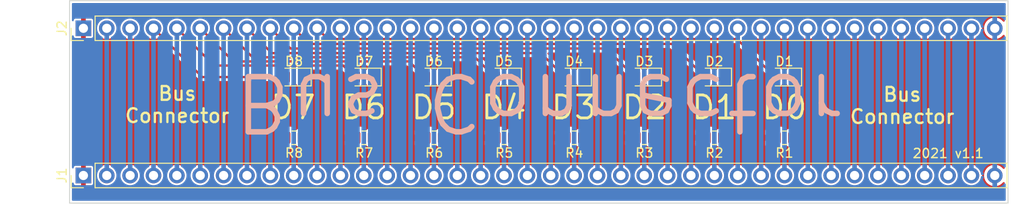
<source format=kicad_pcb>
(kicad_pcb (version 20171130) (host pcbnew "(5.1.9)-1")
  (layers (0 F.Cu signal) (31 B.Cu signal) (34 B.Paste user) (35 F.Paste user) (36 B.SilkS user) (37 F.SilkS user) (38 B.Mask user) (39 F.Mask user) (44 Edge.Cuts user))
  (net 0 "")
  (net 1 +5V)
  (net 2 RST)
  (net 3 LDR-ACT)
  (net 4 LDR-CLK)
  (net 5 CLK)
  (net 6 PI)
  (net 7 N)
  (net 8 JE)
  (net 9 LF)
  (net 10 SE)
  (net 11 SI)
  (net 12 CC)
  (net 13 CS)
  (net 14 C0)
  (net 15 C1)
  (net 16 XX0)
  (net 17 FB)
  (net 18 FC)
  (net 19 FZ)
  (net 20 FV)
  (net 21 FN)
  (net 22 RR0)
  (net 23 RR1)
  (net 24 RR2)
  (net 25 RR3)
  (net 26 WR0)
  (net 27 WR1)
  (net 28 WR2)
  (net 29 WR3)
  (net 30 D0)
  (net 31 D1)
  (net 32 D2)
  (net 33 D3)
  (net 34 D4)
  (net 35 D5)
  (net 36 D6)
  (net 37 D7)
  (net 38 NC-1)
  (net 39 NC-2)
  (net 40 GND)
  (net 41 "Net-(D1-Pad1)")
  (net 42 "Net-(D2-Pad1)")
  (net 43 "Net-(D3-Pad1)")
  (net 44 "Net-(D4-Pad1)")
  (net 45 "Net-(D5-Pad1)")
  (net 46 "Net-(D6-Pad1)")
  (net 47 "Net-(D7-Pad1)")
  (net 48 "Net-(D8-Pad1)")
  (module Connector_PinHeader_2.54mm:PinHeader_1x40_P2.54mm_Vertical (layer F.Cu) (at 92.5 80 90)
    (fp_text reference J2 (at 0 -2.33 90) (layer F.SilkS))
    (fp_text value Bus)
    (fp_line (start -1.33 100.39) (end 1.33 100.39) (layer F.SilkS) (width 0.12))
    (fp_line (start -1.33 1.27) (end -1.33 100.39) (layer F.SilkS) (width 0.12))
    (fp_line (start 1.33 1.27) (end 1.33 100.39) (layer F.SilkS) (width 0.12))
    (fp_line (start -1.33 1.27) (end 1.33 1.27) (layer F.SilkS) (width 0.12))
    (fp_line (start -1.33 0) (end -1.33 -1.33) (layer F.SilkS) (width 0.12))
    (fp_line (start -1.33 -1.33) (end 0 -1.33) (layer F.SilkS) (width 0.12))
    (pad 40 thru_hole oval (at 0 99.06 90) (size 1.7 1.7) (drill 1) (layers *.Cu *.Mask) (net 1 +5V))
    (pad 39 thru_hole oval (at 0 96.52 90) (size 1.7 1.7) (drill 1) (layers *.Cu *.Mask) (net 2 RST))
    (pad 38 thru_hole oval (at 0 93.98 90) (size 1.7 1.7) (drill 1) (layers *.Cu *.Mask) (net 3 LDR-ACT))
    (pad 37 thru_hole oval (at 0 91.44 90) (size 1.7 1.7) (drill 1) (layers *.Cu *.Mask) (net 4 LDR-CLK))
    (pad 36 thru_hole oval (at 0 88.9 90) (size 1.7 1.7) (drill 1) (layers *.Cu *.Mask) (net 5 CLK))
    (pad 35 thru_hole oval (at 0 86.36 90) (size 1.7 1.7) (drill 1) (layers *.Cu *.Mask) (net 6 PI))
    (pad 34 thru_hole oval (at 0 83.82 90) (size 1.7 1.7) (drill 1) (layers *.Cu *.Mask) (net 7 N))
    (pad 33 thru_hole oval (at 0 81.28 90) (size 1.7 1.7) (drill 1) (layers *.Cu *.Mask) (net 8 JE))
    (pad 32 thru_hole oval (at 0 78.74 90) (size 1.7 1.7) (drill 1) (layers *.Cu *.Mask) (net 9 LF))
    (pad 31 thru_hole oval (at 0 76.2 90) (size 1.7 1.7) (drill 1) (layers *.Cu *.Mask) (net 10 SE))
    (pad 30 thru_hole oval (at 0 73.66 90) (size 1.7 1.7) (drill 1) (layers *.Cu *.Mask) (net 11 SI))
    (pad 29 thru_hole oval (at 0 71.12 90) (size 1.7 1.7) (drill 1) (layers *.Cu *.Mask) (net 12 CC))
    (pad 28 thru_hole oval (at 0 68.58 90) (size 1.7 1.7) (drill 1) (layers *.Cu *.Mask) (net 13 CS))
    (pad 27 thru_hole oval (at 0 66.04 90) (size 1.7 1.7) (drill 1) (layers *.Cu *.Mask) (net 14 C0))
    (pad 26 thru_hole oval (at 0 63.5 90) (size 1.7 1.7) (drill 1) (layers *.Cu *.Mask) (net 15 C1))
    (pad 25 thru_hole oval (at 0 60.96 90) (size 1.7 1.7) (drill 1) (layers *.Cu *.Mask) (net 16 XX0))
    (pad 24 thru_hole oval (at 0 58.42 90) (size 1.7 1.7) (drill 1) (layers *.Cu *.Mask) (net 17 FB))
    (pad 23 thru_hole oval (at 0 55.88 90) (size 1.7 1.7) (drill 1) (layers *.Cu *.Mask) (net 18 FC))
    (pad 22 thru_hole oval (at 0 53.34 90) (size 1.7 1.7) (drill 1) (layers *.Cu *.Mask) (net 19 FZ))
    (pad 21 thru_hole oval (at 0 50.8 90) (size 1.7 1.7) (drill 1) (layers *.Cu *.Mask) (net 20 FV))
    (pad 20 thru_hole oval (at 0 48.26 90) (size 1.7 1.7) (drill 1) (layers *.Cu *.Mask) (net 21 FN))
    (pad 19 thru_hole oval (at 0 45.72 90) (size 1.7 1.7) (drill 1) (layers *.Cu *.Mask) (net 22 RR0))
    (pad 18 thru_hole oval (at 0 43.18 90) (size 1.7 1.7) (drill 1) (layers *.Cu *.Mask) (net 23 RR1))
    (pad 17 thru_hole oval (at 0 40.64 90) (size 1.7 1.7) (drill 1) (layers *.Cu *.Mask) (net 24 RR2))
    (pad 16 thru_hole oval (at 0 38.1 90) (size 1.7 1.7) (drill 1) (layers *.Cu *.Mask) (net 25 RR3))
    (pad 15 thru_hole oval (at 0 35.56 90) (size 1.7 1.7) (drill 1) (layers *.Cu *.Mask) (net 26 WR0))
    (pad 14 thru_hole oval (at 0 33.02 90) (size 1.7 1.7) (drill 1) (layers *.Cu *.Mask) (net 27 WR1))
    (pad 13 thru_hole oval (at 0 30.48 90) (size 1.7 1.7) (drill 1) (layers *.Cu *.Mask) (net 28 WR2))
    (pad 12 thru_hole oval (at 0 27.94 90) (size 1.7 1.7) (drill 1) (layers *.Cu *.Mask) (net 29 WR3))
    (pad 11 thru_hole oval (at 0 25.4 90) (size 1.7 1.7) (drill 1) (layers *.Cu *.Mask) (net 30 D0))
    (pad 10 thru_hole oval (at 0 22.86 90) (size 1.7 1.7) (drill 1) (layers *.Cu *.Mask) (net 31 D1))
    (pad 9 thru_hole oval (at 0 20.32 90) (size 1.7 1.7) (drill 1) (layers *.Cu *.Mask) (net 32 D2))
    (pad 8 thru_hole oval (at 0 17.78 90) (size 1.7 1.7) (drill 1) (layers *.Cu *.Mask) (net 33 D3))
    (pad 7 thru_hole oval (at 0 15.24 90) (size 1.7 1.7) (drill 1) (layers *.Cu *.Mask) (net 34 D4))
    (pad 6 thru_hole oval (at 0 12.7 90) (size 1.7 1.7) (drill 1) (layers *.Cu *.Mask) (net 35 D5))
    (pad 5 thru_hole oval (at 0 10.16 90) (size 1.7 1.7) (drill 1) (layers *.Cu *.Mask) (net 36 D6))
    (pad 4 thru_hole oval (at 0 7.62 90) (size 1.7 1.7) (drill 1) (layers *.Cu *.Mask) (net 37 D7))
    (pad 3 thru_hole oval (at 0 5.08 90) (size 1.7 1.7) (drill 1) (layers *.Cu *.Mask) (net 38 NC-1))
    (pad 2 thru_hole oval (at 0 2.54 90) (size 1.7 1.7) (drill 1) (layers *.Cu *.Mask) (net 39 NC-2))
    (pad 1 thru_hole rect (at 0 0 90) (size 1.7 1.7) (drill 1) (layers *.Cu *.Mask) (net 40 GND))
  )
  (module Connector_PinHeader_2.54mm:PinHeader_1x40_P2.54mm_Vertical (layer F.Cu) (at 92.5 96 90)
    (fp_text reference J1 (at 0 -2.33 90) (layer F.SilkS))
    (fp_text value Bus)
    (fp_line (start -1.33 100.39) (end 1.33 100.39) (layer F.SilkS) (width 0.12))
    (fp_line (start -1.33 1.27) (end -1.33 100.39) (layer F.SilkS) (width 0.12))
    (fp_line (start 1.33 1.27) (end 1.33 100.39) (layer F.SilkS) (width 0.12))
    (fp_line (start -1.33 1.27) (end 1.33 1.27) (layer F.SilkS) (width 0.12))
    (fp_line (start -1.33 0) (end -1.33 -1.33) (layer F.SilkS) (width 0.12))
    (fp_line (start -1.33 -1.33) (end 0 -1.33) (layer F.SilkS) (width 0.12))
    (pad 40 thru_hole oval (at 0 99.06 90) (size 1.7 1.7) (drill 1) (layers *.Cu *.Mask) (net 1 +5V))
    (pad 39 thru_hole oval (at 0 96.52 90) (size 1.7 1.7) (drill 1) (layers *.Cu *.Mask) (net 2 RST))
    (pad 38 thru_hole oval (at 0 93.98 90) (size 1.7 1.7) (drill 1) (layers *.Cu *.Mask) (net 3 LDR-ACT))
    (pad 37 thru_hole oval (at 0 91.44 90) (size 1.7 1.7) (drill 1) (layers *.Cu *.Mask) (net 4 LDR-CLK))
    (pad 36 thru_hole oval (at 0 88.9 90) (size 1.7 1.7) (drill 1) (layers *.Cu *.Mask) (net 5 CLK))
    (pad 35 thru_hole oval (at 0 86.36 90) (size 1.7 1.7) (drill 1) (layers *.Cu *.Mask) (net 6 PI))
    (pad 34 thru_hole oval (at 0 83.82 90) (size 1.7 1.7) (drill 1) (layers *.Cu *.Mask) (net 7 N))
    (pad 33 thru_hole oval (at 0 81.28 90) (size 1.7 1.7) (drill 1) (layers *.Cu *.Mask) (net 8 JE))
    (pad 32 thru_hole oval (at 0 78.74 90) (size 1.7 1.7) (drill 1) (layers *.Cu *.Mask) (net 9 LF))
    (pad 31 thru_hole oval (at 0 76.2 90) (size 1.7 1.7) (drill 1) (layers *.Cu *.Mask) (net 10 SE))
    (pad 30 thru_hole oval (at 0 73.66 90) (size 1.7 1.7) (drill 1) (layers *.Cu *.Mask) (net 11 SI))
    (pad 29 thru_hole oval (at 0 71.12 90) (size 1.7 1.7) (drill 1) (layers *.Cu *.Mask) (net 12 CC))
    (pad 28 thru_hole oval (at 0 68.58 90) (size 1.7 1.7) (drill 1) (layers *.Cu *.Mask) (net 13 CS))
    (pad 27 thru_hole oval (at 0 66.04 90) (size 1.7 1.7) (drill 1) (layers *.Cu *.Mask) (net 14 C0))
    (pad 26 thru_hole oval (at 0 63.5 90) (size 1.7 1.7) (drill 1) (layers *.Cu *.Mask) (net 15 C1))
    (pad 25 thru_hole oval (at 0 60.96 90) (size 1.7 1.7) (drill 1) (layers *.Cu *.Mask) (net 16 XX0))
    (pad 24 thru_hole oval (at 0 58.42 90) (size 1.7 1.7) (drill 1) (layers *.Cu *.Mask) (net 17 FB))
    (pad 23 thru_hole oval (at 0 55.88 90) (size 1.7 1.7) (drill 1) (layers *.Cu *.Mask) (net 18 FC))
    (pad 22 thru_hole oval (at 0 53.34 90) (size 1.7 1.7) (drill 1) (layers *.Cu *.Mask) (net 19 FZ))
    (pad 21 thru_hole oval (at 0 50.8 90) (size 1.7 1.7) (drill 1) (layers *.Cu *.Mask) (net 20 FV))
    (pad 20 thru_hole oval (at 0 48.26 90) (size 1.7 1.7) (drill 1) (layers *.Cu *.Mask) (net 21 FN))
    (pad 19 thru_hole oval (at 0 45.72 90) (size 1.7 1.7) (drill 1) (layers *.Cu *.Mask) (net 22 RR0))
    (pad 18 thru_hole oval (at 0 43.18 90) (size 1.7 1.7) (drill 1) (layers *.Cu *.Mask) (net 23 RR1))
    (pad 17 thru_hole oval (at 0 40.64 90) (size 1.7 1.7) (drill 1) (layers *.Cu *.Mask) (net 24 RR2))
    (pad 16 thru_hole oval (at 0 38.1 90) (size 1.7 1.7) (drill 1) (layers *.Cu *.Mask) (net 25 RR3))
    (pad 15 thru_hole oval (at 0 35.56 90) (size 1.7 1.7) (drill 1) (layers *.Cu *.Mask) (net 26 WR0))
    (pad 14 thru_hole oval (at 0 33.02 90) (size 1.7 1.7) (drill 1) (layers *.Cu *.Mask) (net 27 WR1))
    (pad 13 thru_hole oval (at 0 30.48 90) (size 1.7 1.7) (drill 1) (layers *.Cu *.Mask) (net 28 WR2))
    (pad 12 thru_hole oval (at 0 27.94 90) (size 1.7 1.7) (drill 1) (layers *.Cu *.Mask) (net 29 WR3))
    (pad 11 thru_hole oval (at 0 25.4 90) (size 1.7 1.7) (drill 1) (layers *.Cu *.Mask) (net 30 D0))
    (pad 10 thru_hole oval (at 0 22.86 90) (size 1.7 1.7) (drill 1) (layers *.Cu *.Mask) (net 31 D1))
    (pad 9 thru_hole oval (at 0 20.32 90) (size 1.7 1.7) (drill 1) (layers *.Cu *.Mask) (net 32 D2))
    (pad 8 thru_hole oval (at 0 17.78 90) (size 1.7 1.7) (drill 1) (layers *.Cu *.Mask) (net 33 D3))
    (pad 7 thru_hole oval (at 0 15.24 90) (size 1.7 1.7) (drill 1) (layers *.Cu *.Mask) (net 34 D4))
    (pad 6 thru_hole oval (at 0 12.7 90) (size 1.7 1.7) (drill 1) (layers *.Cu *.Mask) (net 35 D5))
    (pad 5 thru_hole oval (at 0 10.16 90) (size 1.7 1.7) (drill 1) (layers *.Cu *.Mask) (net 36 D6))
    (pad 4 thru_hole oval (at 0 7.62 90) (size 1.7 1.7) (drill 1) (layers *.Cu *.Mask) (net 37 D7))
    (pad 3 thru_hole oval (at 0 5.08 90) (size 1.7 1.7) (drill 1) (layers *.Cu *.Mask) (net 38 NC-1))
    (pad 2 thru_hole oval (at 0 2.54 90) (size 1.7 1.7) (drill 1) (layers *.Cu *.Mask) (net 39 NC-2))
    (pad 1 thru_hole rect (at 0 0 90) (size 1.7 1.7) (drill 1) (layers *.Cu *.Mask) (net 40 GND))
  )
  (module Resistor_SMD:R_0805_2012Metric_Pad1.20x1.40mm_HandSolder (layer F.Cu) (at 115.4 91.9 180)
    (fp_text reference R8 (at 0 -1.65) (layer F.SilkS))
    (fp_text value 470)
    (fp_line (start -0.227064 -0.735) (end 0.227064 -0.735) (layer F.SilkS) (width 0.12))
    (fp_line (start -0.227064 0.735) (end 0.227064 0.735) (layer F.SilkS) (width 0.12))
    (pad 2 smd roundrect (at 1 0 180) (size 1.2 1.4) (layers F.Cu F.Paste F.Mask) (roundrect_rratio 0.2083325) (net 40 GND))
    (pad 1 smd roundrect (at -1 0 180) (size 1.2 1.4) (layers F.Cu F.Paste F.Mask) (roundrect_rratio 0.2083325) (net 48 "Net-(D8-Pad1)"))
  )
  (module Resistor_SMD:R_0805_2012Metric_Pad1.20x1.40mm_HandSolder (layer F.Cu) (at 123.014285 91.9 180)
    (fp_text reference R7 (at 0 -1.65) (layer F.SilkS))
    (fp_text value 470)
    (fp_line (start -0.227064 -0.735) (end 0.227064 -0.735) (layer F.SilkS) (width 0.12))
    (fp_line (start -0.227064 0.735) (end 0.227064 0.735) (layer F.SilkS) (width 0.12))
    (pad 2 smd roundrect (at 1 0 180) (size 1.2 1.4) (layers F.Cu F.Paste F.Mask) (roundrect_rratio 0.2083325) (net 40 GND))
    (pad 1 smd roundrect (at -1 0 180) (size 1.2 1.4) (layers F.Cu F.Paste F.Mask) (roundrect_rratio 0.2083325) (net 47 "Net-(D7-Pad1)"))
  )
  (module Resistor_SMD:R_0805_2012Metric_Pad1.20x1.40mm_HandSolder (layer F.Cu) (at 130.62857 91.9 180)
    (fp_text reference R6 (at 0 -1.65) (layer F.SilkS))
    (fp_text value 470)
    (fp_line (start -0.227064 -0.735) (end 0.227064 -0.735) (layer F.SilkS) (width 0.12))
    (fp_line (start -0.227064 0.735) (end 0.227064 0.735) (layer F.SilkS) (width 0.12))
    (pad 2 smd roundrect (at 1 0 180) (size 1.2 1.4) (layers F.Cu F.Paste F.Mask) (roundrect_rratio 0.2083325) (net 40 GND))
    (pad 1 smd roundrect (at -1 0 180) (size 1.2 1.4) (layers F.Cu F.Paste F.Mask) (roundrect_rratio 0.2083325) (net 46 "Net-(D6-Pad1)"))
  )
  (module Resistor_SMD:R_0805_2012Metric_Pad1.20x1.40mm_HandSolder (layer F.Cu) (at 138.242855 91.9 180)
    (fp_text reference R5 (at 0 -1.65) (layer F.SilkS))
    (fp_text value 470)
    (fp_line (start -0.227064 -0.735) (end 0.227064 -0.735) (layer F.SilkS) (width 0.12))
    (fp_line (start -0.227064 0.735) (end 0.227064 0.735) (layer F.SilkS) (width 0.12))
    (pad 2 smd roundrect (at 1 0 180) (size 1.2 1.4) (layers F.Cu F.Paste F.Mask) (roundrect_rratio 0.2083325) (net 40 GND))
    (pad 1 smd roundrect (at -1 0 180) (size 1.2 1.4) (layers F.Cu F.Paste F.Mask) (roundrect_rratio 0.2083325) (net 45 "Net-(D5-Pad1)"))
  )
  (module Resistor_SMD:R_0805_2012Metric_Pad1.20x1.40mm_HandSolder (layer F.Cu) (at 145.85714 91.9 180)
    (fp_text reference R4 (at 0 -1.65) (layer F.SilkS))
    (fp_text value 470)
    (fp_line (start -0.227064 -0.735) (end 0.227064 -0.735) (layer F.SilkS) (width 0.12))
    (fp_line (start -0.227064 0.735) (end 0.227064 0.735) (layer F.SilkS) (width 0.12))
    (pad 2 smd roundrect (at 1 0 180) (size 1.2 1.4) (layers F.Cu F.Paste F.Mask) (roundrect_rratio 0.2083325) (net 40 GND))
    (pad 1 smd roundrect (at -1 0 180) (size 1.2 1.4) (layers F.Cu F.Paste F.Mask) (roundrect_rratio 0.2083325) (net 44 "Net-(D4-Pad1)"))
  )
  (module Resistor_SMD:R_0805_2012Metric_Pad1.20x1.40mm_HandSolder (layer F.Cu) (at 153.471425 91.9 180)
    (fp_text reference R3 (at 0 -1.65) (layer F.SilkS))
    (fp_text value 470)
    (fp_line (start -0.227064 -0.735) (end 0.227064 -0.735) (layer F.SilkS) (width 0.12))
    (fp_line (start -0.227064 0.735) (end 0.227064 0.735) (layer F.SilkS) (width 0.12))
    (pad 2 smd roundrect (at 1 0 180) (size 1.2 1.4) (layers F.Cu F.Paste F.Mask) (roundrect_rratio 0.2083325) (net 40 GND))
    (pad 1 smd roundrect (at -1 0 180) (size 1.2 1.4) (layers F.Cu F.Paste F.Mask) (roundrect_rratio 0.2083325) (net 43 "Net-(D3-Pad1)"))
  )
  (module Resistor_SMD:R_0805_2012Metric_Pad1.20x1.40mm_HandSolder (layer F.Cu) (at 161.08571 91.9 180)
    (fp_text reference R2 (at 0 -1.65) (layer F.SilkS))
    (fp_text value 470)
    (fp_line (start -0.227064 -0.735) (end 0.227064 -0.735) (layer F.SilkS) (width 0.12))
    (fp_line (start -0.227064 0.735) (end 0.227064 0.735) (layer F.SilkS) (width 0.12))
    (pad 2 smd roundrect (at 1 0 180) (size 1.2 1.4) (layers F.Cu F.Paste F.Mask) (roundrect_rratio 0.2083325) (net 40 GND))
    (pad 1 smd roundrect (at -1 0 180) (size 1.2 1.4) (layers F.Cu F.Paste F.Mask) (roundrect_rratio 0.2083325) (net 42 "Net-(D2-Pad1)"))
  )
  (module Resistor_SMD:R_0805_2012Metric_Pad1.20x1.40mm_HandSolder (layer F.Cu) (at 168.7 91.9 180)
    (fp_text reference R1 (at 0 -1.65) (layer F.SilkS))
    (fp_text value 470)
    (fp_line (start -0.227064 -0.735) (end 0.227064 -0.735) (layer F.SilkS) (width 0.12))
    (fp_line (start -0.227064 0.735) (end 0.227064 0.735) (layer F.SilkS) (width 0.12))
    (pad 2 smd roundrect (at 1 0 180) (size 1.2 1.4) (layers F.Cu F.Paste F.Mask) (roundrect_rratio 0.2083325) (net 40 GND))
    (pad 1 smd roundrect (at -1 0 180) (size 1.2 1.4) (layers F.Cu F.Paste F.Mask) (roundrect_rratio 0.2083325) (net 41 "Net-(D1-Pad1)"))
  )
  (module LED_SMD:LED_0805_2012Metric_Pad1.15x1.40mm_HandSolder (layer F.Cu) (at 115.4 85.3 180)
    (fp_text reference D8 (at 0 1.7) (layer F.SilkS))
    (fp_text value D7 (at 0.1 -3.3) (layer F.SilkS) (effects (font (size 2.5 2.5) (thickness 0.3))))
    (fp_line (start 1 -0.96) (end -1.86 -0.96) (layer F.SilkS) (width 0.12))
    (fp_line (start -1.86 -0.96) (end -1.86 0.96) (layer F.SilkS) (width 0.12))
    (fp_line (start -1.86 0.96) (end 1 0.96) (layer F.SilkS) (width 0.12))
    (pad 2 smd roundrect (at 1.025 0 180) (size 1.15 1.4) (layers F.Cu F.Paste F.Mask) (roundrect_rratio 0.2173904347826087) (net 37 D7))
    (pad 1 smd roundrect (at -1.025 0 180) (size 1.15 1.4) (layers F.Cu F.Paste F.Mask) (roundrect_rratio 0.2173904347826087) (net 48 "Net-(D8-Pad1)"))
  )
  (module LED_SMD:LED_0805_2012Metric_Pad1.15x1.40mm_HandSolder (layer F.Cu) (at 123.014285 85.3 180)
    (fp_text reference D7 (at 0 1.7) (layer F.SilkS))
    (fp_text value D6 (at 0.014285 -3.3) (layer F.SilkS) (effects (font (size 2.5 2.5) (thickness 0.3))))
    (fp_line (start 1 -0.96) (end -1.86 -0.96) (layer F.SilkS) (width 0.12))
    (fp_line (start -1.86 -0.96) (end -1.86 0.96) (layer F.SilkS) (width 0.12))
    (fp_line (start -1.86 0.96) (end 1 0.96) (layer F.SilkS) (width 0.12))
    (pad 2 smd roundrect (at 1.025 0 180) (size 1.15 1.4) (layers F.Cu F.Paste F.Mask) (roundrect_rratio 0.2173904347826087) (net 36 D6))
    (pad 1 smd roundrect (at -1.025 0 180) (size 1.15 1.4) (layers F.Cu F.Paste F.Mask) (roundrect_rratio 0.2173904347826087) (net 47 "Net-(D7-Pad1)"))
  )
  (module LED_SMD:LED_0805_2012Metric_Pad1.15x1.40mm_HandSolder (layer F.Cu) (at 130.62857 85.3 180)
    (fp_text reference D6 (at 0.02857 1.7) (layer F.SilkS))
    (fp_text value D5 (at 0.02857 -3.3) (layer F.SilkS) (effects (font (size 2.5 2.5) (thickness 0.3))))
    (fp_line (start 1 -0.96) (end -1.86 -0.96) (layer F.SilkS) (width 0.12))
    (fp_line (start -1.86 -0.96) (end -1.86 0.96) (layer F.SilkS) (width 0.12))
    (fp_line (start -1.86 0.96) (end 1 0.96) (layer F.SilkS) (width 0.12))
    (pad 2 smd roundrect (at 1.025 0 180) (size 1.15 1.4) (layers F.Cu F.Paste F.Mask) (roundrect_rratio 0.2173904347826087) (net 35 D5))
    (pad 1 smd roundrect (at -1.025 0 180) (size 1.15 1.4) (layers F.Cu F.Paste F.Mask) (roundrect_rratio 0.2173904347826087) (net 46 "Net-(D6-Pad1)"))
  )
  (module LED_SMD:LED_0805_2012Metric_Pad1.15x1.40mm_HandSolder (layer F.Cu) (at 138.242855 85.3 180)
    (fp_text reference D5 (at 0.042855 1.7) (layer F.SilkS))
    (fp_text value D4 (at 0.042855 -3.3) (layer F.SilkS) (effects (font (size 2.5 2.5) (thickness 0.3))))
    (fp_line (start 1 -0.96) (end -1.86 -0.96) (layer F.SilkS) (width 0.12))
    (fp_line (start -1.86 -0.96) (end -1.86 0.96) (layer F.SilkS) (width 0.12))
    (fp_line (start -1.86 0.96) (end 1 0.96) (layer F.SilkS) (width 0.12))
    (pad 2 smd roundrect (at 1.025 0 180) (size 1.15 1.4) (layers F.Cu F.Paste F.Mask) (roundrect_rratio 0.2173904347826087) (net 34 D4))
    (pad 1 smd roundrect (at -1.025 0 180) (size 1.15 1.4) (layers F.Cu F.Paste F.Mask) (roundrect_rratio 0.2173904347826087) (net 45 "Net-(D5-Pad1)"))
  )
  (module LED_SMD:LED_0805_2012Metric_Pad1.15x1.40mm_HandSolder (layer F.Cu) (at 145.85714 85.3 180)
    (fp_text reference D4 (at 0 1.7) (layer F.SilkS))
    (fp_text value D3 (at 0.05714 -3.3) (layer F.SilkS) (effects (font (size 2.5 2.5) (thickness 0.3))))
    (fp_line (start 1 -0.96) (end -1.86 -0.96) (layer F.SilkS) (width 0.12))
    (fp_line (start -1.86 -0.96) (end -1.86 0.96) (layer F.SilkS) (width 0.12))
    (fp_line (start -1.86 0.96) (end 1 0.96) (layer F.SilkS) (width 0.12))
    (pad 2 smd roundrect (at 1.025 0 180) (size 1.15 1.4) (layers F.Cu F.Paste F.Mask) (roundrect_rratio 0.2173904347826087) (net 33 D3))
    (pad 1 smd roundrect (at -1.025 0 180) (size 1.15 1.4) (layers F.Cu F.Paste F.Mask) (roundrect_rratio 0.2173904347826087) (net 44 "Net-(D4-Pad1)"))
  )
  (module LED_SMD:LED_0805_2012Metric_Pad1.15x1.40mm_HandSolder (layer F.Cu) (at 153.471425 85.3 180)
    (fp_text reference D3 (at 0 1.7) (layer F.SilkS))
    (fp_text value D2 (at -0.028575 -3.3) (layer F.SilkS) (effects (font (size 2.5 2.5) (thickness 0.3))))
    (fp_line (start 1 -0.96) (end -1.86 -0.96) (layer F.SilkS) (width 0.12))
    (fp_line (start -1.86 -0.96) (end -1.86 0.96) (layer F.SilkS) (width 0.12))
    (fp_line (start -1.86 0.96) (end 1 0.96) (layer F.SilkS) (width 0.12))
    (pad 2 smd roundrect (at 1.025 0 180) (size 1.15 1.4) (layers F.Cu F.Paste F.Mask) (roundrect_rratio 0.2173904347826087) (net 32 D2))
    (pad 1 smd roundrect (at -1.025 0 180) (size 1.15 1.4) (layers F.Cu F.Paste F.Mask) (roundrect_rratio 0.2173904347826087) (net 43 "Net-(D3-Pad1)"))
  )
  (module LED_SMD:LED_0805_2012Metric_Pad1.15x1.40mm_HandSolder (layer F.Cu) (at 161.08571 85.3 180)
    (fp_text reference D2 (at 0 1.7) (layer F.SilkS))
    (fp_text value D1 (at 0 -3.3) (layer F.SilkS) (effects (font (size 2.5 2.5) (thickness 0.3))))
    (fp_line (start 1 -0.96) (end -1.86 -0.96) (layer F.SilkS) (width 0.12))
    (fp_line (start -1.86 -0.96) (end -1.86 0.96) (layer F.SilkS) (width 0.12))
    (fp_line (start -1.86 0.96) (end 1 0.96) (layer F.SilkS) (width 0.12))
    (pad 2 smd roundrect (at 1.025 0 180) (size 1.15 1.4) (layers F.Cu F.Paste F.Mask) (roundrect_rratio 0.2173904347826087) (net 31 D1))
    (pad 1 smd roundrect (at -1.025 0 180) (size 1.15 1.4) (layers F.Cu F.Paste F.Mask) (roundrect_rratio 0.2173904347826087) (net 42 "Net-(D2-Pad1)"))
  )
  (module LED_SMD:LED_0805_2012Metric_Pad1.15x1.40mm_HandSolder (layer F.Cu) (at 168.7 85.3 180)
    (fp_text reference D1 (at 0 1.7) (layer F.SilkS))
    (fp_text value D0 (at 0 -3.3) (layer F.SilkS) (effects (font (size 2.5 2.5) (thickness 0.3))))
    (fp_line (start 1 -0.96) (end -1.86 -0.96) (layer F.SilkS) (width 0.12))
    (fp_line (start -1.86 -0.96) (end -1.86 0.96) (layer F.SilkS) (width 0.12))
    (fp_line (start -1.86 0.96) (end 1 0.96) (layer F.SilkS) (width 0.12))
    (pad 2 smd roundrect (at 1.025 0 180) (size 1.15 1.4) (layers F.Cu F.Paste F.Mask) (roundrect_rratio 0.2173904347826087) (net 30 D0))
    (pad 1 smd roundrect (at -1.025 0 180) (size 1.15 1.4) (layers F.Cu F.Paste F.Mask) (roundrect_rratio 0.2173904347826087) (net 41 "Net-(D1-Pad1)"))
  )
  (gr_text "Bus\nConnector" (at 102.7 88.3) (layer F.SilkS) (effects (font (size 1.5 1.5) (thickness 0.25))))
  (gr_text "Bus\nConnector" (at 181.5 88.4) (layer F.SilkS) (effects (font (size 1.5 1.5) (thickness 0.25))))
  (gr_text "2021 v1.1" (at 186.5 93.6) (layer F.SilkS) (effects (font (size 1 1))))
  (gr_text "Bus Connector" (at 142 88 180) (layer B.SilkS) (effects (font (size 6 6) (thickness 0.6)) (justify mirror)))
  (gr_line (start 193 77) (end 91 77) (layer Edge.Cuts) (width 0.1))
  (gr_line (start 193 99) (end 193 77) (layer Edge.Cuts) (width 0.1))
  (gr_line (start 91 99) (end 193 99) (layer Edge.Cuts) (width 0.1))
  (gr_line (start 91 77) (end 91 99) (layer Edge.Cuts) (width 0.1))
  (segment (start 189.02 96) (end 189.02 80) (width 0.5) (layer B.Cu) (net 2))
  (segment (start 186.48 80) (end 186.48 96) (width 0.5) (layer B.Cu) (net 3))
  (segment (start 183.94 96) (end 183.94 80) (width 0.5) (layer B.Cu) (net 4))
  (segment (start 181.4 80) (end 181.4 96) (width 0.5) (layer B.Cu) (net 5))
  (segment (start 178.86 96) (end 178.86 80) (width 0.5) (layer B.Cu) (net 6))
  (segment (start 176.32 80) (end 176.32 96) (width 0.5) (layer B.Cu) (net 7))
  (segment (start 173.78 80) (end 173.78 96) (width 0.5) (layer B.Cu) (net 8))
  (segment (start 171.24 96) (end 171.24 80) (width 0.5) (layer B.Cu) (net 9))
  (segment (start 168.7 80) (end 168.7 96) (width 0.5) (layer B.Cu) (net 10))
  (segment (start 166.16 96) (end 166.16 80) (width 0.5) (layer B.Cu) (net 11))
  (segment (start 163.62 80) (end 163.62 96) (width 0.5) (layer B.Cu) (net 12))
  (segment (start 161.08 96) (end 161.08 80) (width 0.5) (layer B.Cu) (net 13))
  (segment (start 158.54 80) (end 158.54 96) (width 0.5) (layer B.Cu) (net 14))
  (segment (start 156 96) (end 156 80) (width 0.5) (layer B.Cu) (net 15))
  (segment (start 153.46 80) (end 153.46 96) (width 0.5) (layer B.Cu) (net 16))
  (segment (start 150.92 96) (end 150.92 80) (width 0.5) (layer B.Cu) (net 17))
  (segment (start 148.38 80) (end 148.38 96) (width 0.5) (layer B.Cu) (net 18))
  (segment (start 145.84 96) (end 145.84 80) (width 0.5) (layer B.Cu) (net 19))
  (segment (start 143.3 80) (end 143.3 96) (width 0.5) (layer B.Cu) (net 20))
  (segment (start 140.76 96) (end 140.76 80) (width 0.5) (layer B.Cu) (net 21))
  (segment (start 138.22 80) (end 138.22 96) (width 0.5) (layer B.Cu) (net 22))
  (segment (start 135.68 96) (end 135.68 80) (width 0.5) (layer B.Cu) (net 23))
  (segment (start 133.14 80) (end 133.14 96) (width 0.5) (layer B.Cu) (net 24))
  (segment (start 130.6 96) (end 130.6 80) (width 0.5) (layer B.Cu) (net 25))
  (segment (start 128.06 80) (end 128.06 96) (width 0.5) (layer B.Cu) (net 26))
  (segment (start 125.52 80) (end 125.52 96) (width 0.5) (layer B.Cu) (net 27))
  (segment (start 122.98 80) (end 122.98 96) (width 0.5) (layer B.Cu) (net 28))
  (segment (start 120.44 80) (end 120.44 96) (width 0.5) (layer B.Cu) (net 29))
  (segment (start 163.550001 81.175001) (end 167.675 85.3) (width 0.25) (layer F.Cu) (net 30))
  (segment (start 119.075001 81.175001) (end 163.550001 81.175001) (width 0.25) (layer F.Cu) (net 30))
  (segment (start 117.9 80) (end 119.075001 81.175001) (width 0.25) (layer F.Cu) (net 30))
  (segment (start 117.9 80) (end 117.9 96) (width 0.5) (layer B.Cu) (net 30))
  (segment (start 115.36 80) (end 117.06 81.7) (width 0.25) (layer F.Cu) (net 31))
  (segment (start 156.46071 81.7) (end 160.06071 85.3) (width 0.25) (layer F.Cu) (net 31))
  (segment (start 117.06 81.7) (end 156.46071 81.7) (width 0.25) (layer F.Cu) (net 31))
  (segment (start 115.36 80) (end 115.36 96) (width 0.5) (layer B.Cu) (net 31))
  (segment (start 149.346425 82.2) (end 152.446425 85.3) (width 0.25) (layer F.Cu) (net 32))
  (segment (start 115.02 82.2) (end 149.346425 82.2) (width 0.25) (layer F.Cu) (net 32))
  (segment (start 112.82 80) (end 115.02 82.2) (width 0.25) (layer F.Cu) (net 32))
  (segment (start 112.82 80) (end 112.82 96) (width 0.5) (layer B.Cu) (net 32))
  (segment (start 110.28 80) (end 112.98 82.7) (width 0.25) (layer F.Cu) (net 33))
  (segment (start 142.23214 82.7) (end 144.83214 85.3) (width 0.25) (layer F.Cu) (net 33))
  (segment (start 112.98 82.7) (end 142.23214 82.7) (width 0.25) (layer F.Cu) (net 33))
  (segment (start 110.28 96) (end 110.28 80) (width 0.5) (layer B.Cu) (net 33))
  (segment (start 107.74 80) (end 110.89001 83.15001) (width 0.25) (layer F.Cu) (net 34))
  (segment (start 135.067865 83.15001) (end 137.217855 85.3) (width 0.25) (layer F.Cu) (net 34))
  (segment (start 110.89001 83.15001) (end 135.067865 83.15001) (width 0.25) (layer F.Cu) (net 34))
  (segment (start 107.74 80) (end 107.74 96) (width 0.5) (layer B.Cu) (net 34))
  (segment (start 105.2 80) (end 108.80002 83.60002) (width 0.25) (layer F.Cu) (net 35))
  (segment (start 127.90359 83.60002) (end 129.60357 85.3) (width 0.25) (layer F.Cu) (net 35))
  (segment (start 108.80002 83.60002) (end 127.90359 83.60002) (width 0.25) (layer F.Cu) (net 35))
  (segment (start 105.2 80) (end 105.2 96) (width 0.5) (layer B.Cu) (net 35))
  (segment (start 102.66 80) (end 106.71003 84.05003) (width 0.25) (layer F.Cu) (net 36))
  (segment (start 120.739315 84.05003) (end 121.989285 85.3) (width 0.25) (layer F.Cu) (net 36))
  (segment (start 106.71003 84.05003) (end 120.739315 84.05003) (width 0.25) (layer F.Cu) (net 36))
  (segment (start 102.66 80) (end 102.66 96) (width 0.5) (layer B.Cu) (net 36))
  (segment (start 100.12 80) (end 100.12 96) (width 0.5) (layer B.Cu) (net 37))
  (segment (start 105.42 85.3) (end 114.375 85.3) (width 0.25) (layer F.Cu) (net 37))
  (segment (start 100.12 80) (end 105.42 85.3) (width 0.25) (layer F.Cu) (net 37))
  (segment (start 97.58 80) (end 97.58 96) (width 0.5) (layer B.Cu) (net 38))
  (segment (start 95.04 80) (end 95.04 96) (width 0.5) (layer B.Cu) (net 39))
  (segment (start 169.725 91.875) (end 169.7 91.9) (width 0.25) (layer F.Cu) (net 41))
  (segment (start 169.725 85.3) (end 169.725 91.875) (width 0.25) (layer F.Cu) (net 41))
  (segment (start 162.11071 91.875) (end 162.08571 91.9) (width 0.25) (layer F.Cu) (net 42))
  (segment (start 162.11071 85.3) (end 162.11071 91.875) (width 0.25) (layer F.Cu) (net 42))
  (segment (start 154.496425 91.875) (end 154.471425 91.9) (width 0.25) (layer F.Cu) (net 43))
  (segment (start 154.496425 85.3) (end 154.496425 91.875) (width 0.25) (layer F.Cu) (net 43))
  (segment (start 146.88214 91.875) (end 146.85714 91.9) (width 0.25) (layer F.Cu) (net 44))
  (segment (start 146.88214 85.3) (end 146.88214 91.875) (width 0.25) (layer F.Cu) (net 44))
  (segment (start 139.267855 91.875) (end 139.242855 91.9) (width 0.25) (layer F.Cu) (net 45))
  (segment (start 139.267855 85.3) (end 139.267855 91.875) (width 0.25) (layer F.Cu) (net 45))
  (segment (start 131.65357 91.875) (end 131.62857 91.9) (width 0.25) (layer F.Cu) (net 46))
  (segment (start 131.65357 85.3) (end 131.65357 91.875) (width 0.25) (layer F.Cu) (net 46))
  (segment (start 124.039285 91.875) (end 124.014285 91.9) (width 0.25) (layer F.Cu) (net 47))
  (segment (start 124.039285 85.3) (end 124.039285 91.875) (width 0.25) (layer F.Cu) (net 47))
  (segment (start 116.425 91.875) (end 116.4 91.9) (width 0.25) (layer F.Cu) (net 48))
  (segment (start 116.425 85.3) (end 116.425 91.875) (width 0.25) (layer F.Cu) (net 48))
  (zone (net 40) (net_name GND) (layer F.Cu) (connect_pads (clearance 0.31)) (min_thickness 0.21) (fill yes (arc_segments 32) (thermal_gap 0.508) (thermal_bridge_width 0.508))
    (polygon (pts (xy 193 99) (xy 91 99) (xy 91 77) (xy 193 77)))
  )
  (zone (net 1) (net_name +5V) (layer B.Cu) (connect_pads (clearance 0.2)) (min_thickness 0.2) (fill yes (arc_segments 32) (thermal_gap 0.508) (thermal_bridge_width 0.508))
    (polygon (pts (xy 193 99) (xy 91 99) (xy 91 77) (xy 193 77)))
  )
)
</source>
